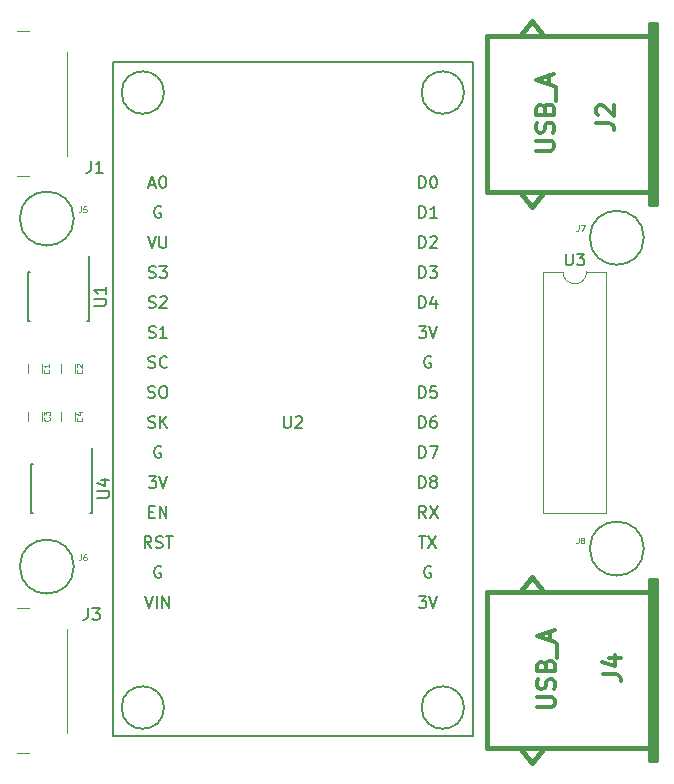
<source format=gbr>
G04 #@! TF.GenerationSoftware,KiCad,Pcbnew,(5.0.1)-4*
G04 #@! TF.CreationDate,2018-12-13T19:21:25-06:00*
G04 #@! TF.ProjectId,ExpansionUSB,457870616E73696F6E5553422E6B6963,rev?*
G04 #@! TF.SameCoordinates,Original*
G04 #@! TF.FileFunction,Legend,Top*
G04 #@! TF.FilePolarity,Positive*
%FSLAX46Y46*%
G04 Gerber Fmt 4.6, Leading zero omitted, Abs format (unit mm)*
G04 Created by KiCad (PCBNEW (5.0.1)-4) date 13/12/2018 19:21:25*
%MOMM*%
%LPD*%
G01*
G04 APERTURE LIST*
%ADD10C,0.120000*%
%ADD11C,0.150000*%
%ADD12C,0.381000*%
%ADD13C,0.125000*%
%ADD14C,0.304800*%
G04 APERTURE END LIST*
D10*
G04 #@! TO.C,C3*
X116018000Y-100082000D02*
X116018000Y-100782000D01*
X114818000Y-100782000D02*
X114818000Y-100082000D01*
G04 #@! TO.C,C4*
X118812000Y-100082000D02*
X118812000Y-100782000D01*
X117612000Y-100782000D02*
X117612000Y-100082000D01*
G04 #@! TO.C,C1*
X114818000Y-96717600D02*
X114818000Y-96017600D01*
X116018000Y-96017600D02*
X116018000Y-96717600D01*
G04 #@! TO.C,C2*
X117612000Y-96717600D02*
X117612000Y-96017600D01*
X118812000Y-96017600D02*
X118812000Y-96717600D01*
D11*
G04 #@! TO.C,U1*
X120025000Y-88196600D02*
X119975000Y-88196600D01*
X120025000Y-92346600D02*
X119880000Y-92346600D01*
X114875000Y-92346600D02*
X115020000Y-92346600D01*
X114875000Y-88196600D02*
X115020000Y-88196600D01*
X120025000Y-88196600D02*
X120025000Y-92346600D01*
X114875000Y-88196600D02*
X114875000Y-92346600D01*
X119975000Y-88196600D02*
X119975000Y-86796600D01*
D10*
G04 #@! TO.C,J1*
X118134000Y-78334300D02*
X118134000Y-69534300D01*
X114964000Y-80079300D02*
X113914000Y-80079300D01*
X114964000Y-67789300D02*
X113914000Y-67789300D01*
D12*
G04 #@! TO.C,J2*
X167919000Y-68173600D02*
X153695000Y-68173600D01*
X153695000Y-81381600D02*
X167919000Y-81381600D01*
X153695000Y-68173600D02*
X153695000Y-81381600D01*
X157505000Y-82651600D02*
X158521000Y-81381600D01*
X156489000Y-81381600D02*
X157505000Y-82651600D01*
X157505000Y-66903600D02*
X158521000Y-68173600D01*
X156489000Y-68173600D02*
X157505000Y-66903600D01*
X167538000Y-82397600D02*
X167538000Y-67157600D01*
X168046000Y-67157600D02*
X168046000Y-82397600D01*
X167538000Y-67157600D02*
X168046000Y-67157600D01*
X167538000Y-82397600D02*
X168046000Y-82397600D01*
X167792000Y-82397600D02*
X167792000Y-67157600D01*
G04 #@! TO.C,J4*
X167792000Y-129515000D02*
X167792000Y-114275000D01*
X167538000Y-129515000D02*
X168046000Y-129515000D01*
X167538000Y-114275000D02*
X168046000Y-114275000D01*
X168046000Y-114275000D02*
X168046000Y-129515000D01*
X167538000Y-129515000D02*
X167538000Y-114275000D01*
X156489000Y-115291000D02*
X157505000Y-114021000D01*
X157505000Y-114021000D02*
X158521000Y-115291000D01*
X156489000Y-128499000D02*
X157505000Y-129769000D01*
X157505000Y-129769000D02*
X158521000Y-128499000D01*
X153695000Y-115291000D02*
X153695000Y-128499000D01*
X153695000Y-128499000D02*
X167919000Y-128499000D01*
X167919000Y-115291000D02*
X153695000Y-115291000D01*
D11*
G04 #@! TO.C,U2*
X151758051Y-125070000D02*
G75*
G03X151758051Y-125070000I-1796051J0D01*
G01*
X126358051Y-125070000D02*
G75*
G03X126358051Y-125070000I-1796051J0D01*
G01*
X126358051Y-73000000D02*
G75*
G03X126358051Y-73000000I-1796051J0D01*
G01*
X151758051Y-73000000D02*
G75*
G03X151758051Y-73000000I-1796051J0D01*
G01*
X152512000Y-70440000D02*
X122512000Y-70440000D01*
X122512000Y-70440000D02*
X122012000Y-70440000D01*
X122012000Y-70440000D02*
X122012000Y-127440000D01*
X122012000Y-127440000D02*
X152512000Y-127440000D01*
X152512000Y-127440000D02*
X152512000Y-70440000D01*
D10*
G04 #@! TO.C,U3*
X163788000Y-88179600D02*
X162138000Y-88179600D01*
X163788000Y-108619600D02*
X163788000Y-88179600D01*
X158488000Y-108619600D02*
X163788000Y-108619600D01*
X158488000Y-88179600D02*
X158488000Y-108619600D01*
X160138000Y-88179600D02*
X158488000Y-88179600D01*
X162138000Y-88179600D02*
G75*
G02X160138000Y-88179600I-1000000J0D01*
G01*
D11*
G04 #@! TO.C,U4*
X120279000Y-104453000D02*
X120229000Y-104453000D01*
X120279000Y-108603000D02*
X120134000Y-108603000D01*
X115129000Y-108603000D02*
X115274000Y-108603000D01*
X115129000Y-104453000D02*
X115274000Y-104453000D01*
X120279000Y-104453000D02*
X120279000Y-108603000D01*
X115129000Y-104453000D02*
X115129000Y-108603000D01*
X120229000Y-104453000D02*
X120229000Y-103053000D01*
D10*
G04 #@! TO.C,J3*
X118114000Y-127209000D02*
X118114000Y-118409000D01*
X114944000Y-128954000D02*
X113894000Y-128954000D01*
X114944000Y-116664000D02*
X113894000Y-116664000D01*
D11*
G04 #@! TO.C,J5*
X118720000Y-83667600D02*
G75*
G03X118720000Y-83667600I-2286000J0D01*
G01*
G04 #@! TO.C,J6*
X118720000Y-113132000D02*
G75*
G03X118720000Y-113132000I-2286000J0D01*
G01*
G04 #@! TO.C,J7*
X166980000Y-85293200D02*
G75*
G03X166980000Y-85293200I-2286000J0D01*
G01*
G04 #@! TO.C,J8*
X166980000Y-111608000D02*
G75*
G03X166980000Y-111608000I-2286000J0D01*
G01*
G04 #@! TO.C,C3*
D13*
X116645863Y-100498039D02*
X116669672Y-100521848D01*
X116693482Y-100593277D01*
X116693482Y-100640896D01*
X116669672Y-100712325D01*
X116622053Y-100759944D01*
X116574434Y-100783753D01*
X116479196Y-100807563D01*
X116407768Y-100807563D01*
X116312530Y-100783753D01*
X116264911Y-100759944D01*
X116217292Y-100712325D01*
X116193482Y-100640896D01*
X116193482Y-100593277D01*
X116217292Y-100521848D01*
X116241101Y-100498039D01*
X116193482Y-100331372D02*
X116193482Y-100021848D01*
X116383958Y-100188515D01*
X116383958Y-100117086D01*
X116407768Y-100069467D01*
X116431577Y-100045658D01*
X116479196Y-100021848D01*
X116598244Y-100021848D01*
X116645863Y-100045658D01*
X116669672Y-100069467D01*
X116693482Y-100117086D01*
X116693482Y-100259944D01*
X116669672Y-100307563D01*
X116645863Y-100331372D01*
G04 #@! TO.C,C4*
X119406571Y-100515333D02*
X119430380Y-100539142D01*
X119454190Y-100610571D01*
X119454190Y-100658190D01*
X119430380Y-100729619D01*
X119382761Y-100777238D01*
X119335142Y-100801047D01*
X119239904Y-100824857D01*
X119168476Y-100824857D01*
X119073238Y-100801047D01*
X119025619Y-100777238D01*
X118978000Y-100729619D01*
X118954190Y-100658190D01*
X118954190Y-100610571D01*
X118978000Y-100539142D01*
X119001809Y-100515333D01*
X119120857Y-100086761D02*
X119454190Y-100086761D01*
X118930380Y-100205809D02*
X119287523Y-100324857D01*
X119287523Y-100015333D01*
G04 #@! TO.C,C1*
X116612571Y-96450933D02*
X116636380Y-96474742D01*
X116660190Y-96546171D01*
X116660190Y-96593790D01*
X116636380Y-96665219D01*
X116588761Y-96712838D01*
X116541142Y-96736647D01*
X116445904Y-96760457D01*
X116374476Y-96760457D01*
X116279238Y-96736647D01*
X116231619Y-96712838D01*
X116184000Y-96665219D01*
X116160190Y-96593790D01*
X116160190Y-96546171D01*
X116184000Y-96474742D01*
X116207809Y-96450933D01*
X116660190Y-95974742D02*
X116660190Y-96260457D01*
X116660190Y-96117600D02*
X116160190Y-96117600D01*
X116231619Y-96165219D01*
X116279238Y-96212838D01*
X116303047Y-96260457D01*
G04 #@! TO.C,C2*
X119406571Y-96450933D02*
X119430380Y-96474742D01*
X119454190Y-96546171D01*
X119454190Y-96593790D01*
X119430380Y-96665219D01*
X119382761Y-96712838D01*
X119335142Y-96736647D01*
X119239904Y-96760457D01*
X119168476Y-96760457D01*
X119073238Y-96736647D01*
X119025619Y-96712838D01*
X118978000Y-96665219D01*
X118954190Y-96593790D01*
X118954190Y-96546171D01*
X118978000Y-96474742D01*
X119001809Y-96450933D01*
X119001809Y-96260457D02*
X118978000Y-96236647D01*
X118954190Y-96189028D01*
X118954190Y-96069980D01*
X118978000Y-96022361D01*
X119001809Y-95998552D01*
X119049428Y-95974742D01*
X119097047Y-95974742D01*
X119168476Y-95998552D01*
X119454190Y-96284266D01*
X119454190Y-95974742D01*
G04 #@! TO.C,U1*
D11*
X120458380Y-91033504D02*
X121267904Y-91033504D01*
X121363142Y-90985885D01*
X121410761Y-90938266D01*
X121458380Y-90843028D01*
X121458380Y-90652552D01*
X121410761Y-90557314D01*
X121363142Y-90509695D01*
X121267904Y-90462076D01*
X120458380Y-90462076D01*
X121458380Y-89462076D02*
X121458380Y-90033504D01*
X121458380Y-89747790D02*
X120458380Y-89747790D01*
X120601238Y-89843028D01*
X120696476Y-89938266D01*
X120744095Y-90033504D01*
G04 #@! TO.C,J1*
X120164186Y-78801960D02*
X120164186Y-79516246D01*
X120116567Y-79659103D01*
X120021329Y-79754341D01*
X119878472Y-79801960D01*
X119783234Y-79801960D01*
X121164186Y-79801960D02*
X120592758Y-79801960D01*
X120878472Y-79801960D02*
X120878472Y-78801960D01*
X120783234Y-78944818D01*
X120687996Y-79040056D01*
X120592758Y-79087675D01*
G04 #@! TO.C,J2*
D14*
X162939148Y-75570080D02*
X164027720Y-75570080D01*
X164245434Y-75642651D01*
X164390577Y-75787794D01*
X164463148Y-76005508D01*
X164463148Y-76150651D01*
X163084291Y-74916937D02*
X163011720Y-74844365D01*
X162939148Y-74699222D01*
X162939148Y-74336365D01*
X163011720Y-74191222D01*
X163084291Y-74118651D01*
X163229434Y-74046080D01*
X163374577Y-74046080D01*
X163592291Y-74118651D01*
X164463148Y-74989508D01*
X164463148Y-74046080D01*
X157859148Y-77934457D02*
X159092862Y-77934457D01*
X159238005Y-77861885D01*
X159310577Y-77789314D01*
X159383148Y-77644171D01*
X159383148Y-77353885D01*
X159310577Y-77208742D01*
X159238005Y-77136171D01*
X159092862Y-77063600D01*
X157859148Y-77063600D01*
X159310577Y-76410457D02*
X159383148Y-76192742D01*
X159383148Y-75829885D01*
X159310577Y-75684742D01*
X159238005Y-75612171D01*
X159092862Y-75539600D01*
X158947720Y-75539600D01*
X158802577Y-75612171D01*
X158730005Y-75684742D01*
X158657434Y-75829885D01*
X158584862Y-76120171D01*
X158512291Y-76265314D01*
X158439720Y-76337885D01*
X158294577Y-76410457D01*
X158149434Y-76410457D01*
X158004291Y-76337885D01*
X157931720Y-76265314D01*
X157859148Y-76120171D01*
X157859148Y-75757314D01*
X157931720Y-75539600D01*
X158584862Y-74378457D02*
X158657434Y-74160742D01*
X158730005Y-74088171D01*
X158875148Y-74015600D01*
X159092862Y-74015600D01*
X159238005Y-74088171D01*
X159310577Y-74160742D01*
X159383148Y-74305885D01*
X159383148Y-74886457D01*
X157859148Y-74886457D01*
X157859148Y-74378457D01*
X157931720Y-74233314D01*
X158004291Y-74160742D01*
X158149434Y-74088171D01*
X158294577Y-74088171D01*
X158439720Y-74160742D01*
X158512291Y-74233314D01*
X158584862Y-74378457D01*
X158584862Y-74886457D01*
X159528291Y-73725314D02*
X159528291Y-72564171D01*
X158947720Y-72273885D02*
X158947720Y-71548171D01*
X159383148Y-72419028D02*
X157859148Y-71911028D01*
X159383148Y-71403028D01*
G04 #@! TO.C,J4*
X163528428Y-122230280D02*
X164617000Y-122230280D01*
X164834714Y-122302851D01*
X164979857Y-122447994D01*
X165052428Y-122665708D01*
X165052428Y-122810851D01*
X164036428Y-120851422D02*
X165052428Y-120851422D01*
X163455857Y-121214280D02*
X164544428Y-121577137D01*
X164544428Y-120633708D01*
X157940428Y-125051857D02*
X159174142Y-125051857D01*
X159319285Y-124979285D01*
X159391857Y-124906714D01*
X159464428Y-124761571D01*
X159464428Y-124471285D01*
X159391857Y-124326142D01*
X159319285Y-124253571D01*
X159174142Y-124181000D01*
X157940428Y-124181000D01*
X159391857Y-123527857D02*
X159464428Y-123310142D01*
X159464428Y-122947285D01*
X159391857Y-122802142D01*
X159319285Y-122729571D01*
X159174142Y-122657000D01*
X159029000Y-122657000D01*
X158883857Y-122729571D01*
X158811285Y-122802142D01*
X158738714Y-122947285D01*
X158666142Y-123237571D01*
X158593571Y-123382714D01*
X158521000Y-123455285D01*
X158375857Y-123527857D01*
X158230714Y-123527857D01*
X158085571Y-123455285D01*
X158013000Y-123382714D01*
X157940428Y-123237571D01*
X157940428Y-122874714D01*
X158013000Y-122657000D01*
X158666142Y-121495857D02*
X158738714Y-121278142D01*
X158811285Y-121205571D01*
X158956428Y-121133000D01*
X159174142Y-121133000D01*
X159319285Y-121205571D01*
X159391857Y-121278142D01*
X159464428Y-121423285D01*
X159464428Y-122003857D01*
X157940428Y-122003857D01*
X157940428Y-121495857D01*
X158013000Y-121350714D01*
X158085571Y-121278142D01*
X158230714Y-121205571D01*
X158375857Y-121205571D01*
X158521000Y-121278142D01*
X158593571Y-121350714D01*
X158666142Y-121495857D01*
X158666142Y-122003857D01*
X159609571Y-120842714D02*
X159609571Y-119681571D01*
X159029000Y-119391285D02*
X159029000Y-118665571D01*
X159464428Y-119536428D02*
X157940428Y-119028428D01*
X159464428Y-118520428D01*
G04 #@! TO.C,U2*
D11*
X136500095Y-100392380D02*
X136500095Y-101201904D01*
X136547714Y-101297142D01*
X136595333Y-101344761D01*
X136690571Y-101392380D01*
X136881047Y-101392380D01*
X136976285Y-101344761D01*
X137023904Y-101297142D01*
X137071523Y-101201904D01*
X137071523Y-100392380D01*
X137500095Y-100487619D02*
X137547714Y-100440000D01*
X137642952Y-100392380D01*
X137881047Y-100392380D01*
X137976285Y-100440000D01*
X138023904Y-100487619D01*
X138071523Y-100582857D01*
X138071523Y-100678095D01*
X138023904Y-100820952D01*
X137452476Y-101392380D01*
X138071523Y-101392380D01*
X124736761Y-115632380D02*
X125070095Y-116632380D01*
X125403428Y-115632380D01*
X125736761Y-116632380D02*
X125736761Y-115632380D01*
X126212952Y-116632380D02*
X126212952Y-115632380D01*
X126784380Y-116632380D01*
X126784380Y-115632380D01*
X126093904Y-113140000D02*
X125998666Y-113092380D01*
X125855809Y-113092380D01*
X125712952Y-113140000D01*
X125617714Y-113235238D01*
X125570095Y-113330476D01*
X125522476Y-113520952D01*
X125522476Y-113663809D01*
X125570095Y-113854285D01*
X125617714Y-113949523D01*
X125712952Y-114044761D01*
X125855809Y-114092380D01*
X125951047Y-114092380D01*
X126093904Y-114044761D01*
X126141523Y-113997142D01*
X126141523Y-113663809D01*
X125951047Y-113663809D01*
X125284380Y-111552380D02*
X124951047Y-111076190D01*
X124712952Y-111552380D02*
X124712952Y-110552380D01*
X125093904Y-110552380D01*
X125189142Y-110600000D01*
X125236761Y-110647619D01*
X125284380Y-110742857D01*
X125284380Y-110885714D01*
X125236761Y-110980952D01*
X125189142Y-111028571D01*
X125093904Y-111076190D01*
X124712952Y-111076190D01*
X125665333Y-111504761D02*
X125808190Y-111552380D01*
X126046285Y-111552380D01*
X126141523Y-111504761D01*
X126189142Y-111457142D01*
X126236761Y-111361904D01*
X126236761Y-111266666D01*
X126189142Y-111171428D01*
X126141523Y-111123809D01*
X126046285Y-111076190D01*
X125855809Y-111028571D01*
X125760571Y-110980952D01*
X125712952Y-110933333D01*
X125665333Y-110838095D01*
X125665333Y-110742857D01*
X125712952Y-110647619D01*
X125760571Y-110600000D01*
X125855809Y-110552380D01*
X126093904Y-110552380D01*
X126236761Y-110600000D01*
X126522476Y-110552380D02*
X127093904Y-110552380D01*
X126808190Y-111552380D02*
X126808190Y-110552380D01*
X125093904Y-108488571D02*
X125427238Y-108488571D01*
X125570095Y-109012380D02*
X125093904Y-109012380D01*
X125093904Y-108012380D01*
X125570095Y-108012380D01*
X125998666Y-109012380D02*
X125998666Y-108012380D01*
X126570095Y-109012380D01*
X126570095Y-108012380D01*
X125070095Y-105472380D02*
X125689142Y-105472380D01*
X125355809Y-105853333D01*
X125498666Y-105853333D01*
X125593904Y-105900952D01*
X125641523Y-105948571D01*
X125689142Y-106043809D01*
X125689142Y-106281904D01*
X125641523Y-106377142D01*
X125593904Y-106424761D01*
X125498666Y-106472380D01*
X125212952Y-106472380D01*
X125117714Y-106424761D01*
X125070095Y-106377142D01*
X125974857Y-105472380D02*
X126308190Y-106472380D01*
X126641523Y-105472380D01*
X126093904Y-102980000D02*
X125998666Y-102932380D01*
X125855809Y-102932380D01*
X125712952Y-102980000D01*
X125617714Y-103075238D01*
X125570095Y-103170476D01*
X125522476Y-103360952D01*
X125522476Y-103503809D01*
X125570095Y-103694285D01*
X125617714Y-103789523D01*
X125712952Y-103884761D01*
X125855809Y-103932380D01*
X125951047Y-103932380D01*
X126093904Y-103884761D01*
X126141523Y-103837142D01*
X126141523Y-103503809D01*
X125951047Y-103503809D01*
X125046285Y-101344761D02*
X125189142Y-101392380D01*
X125427238Y-101392380D01*
X125522476Y-101344761D01*
X125570095Y-101297142D01*
X125617714Y-101201904D01*
X125617714Y-101106666D01*
X125570095Y-101011428D01*
X125522476Y-100963809D01*
X125427238Y-100916190D01*
X125236761Y-100868571D01*
X125141523Y-100820952D01*
X125093904Y-100773333D01*
X125046285Y-100678095D01*
X125046285Y-100582857D01*
X125093904Y-100487619D01*
X125141523Y-100440000D01*
X125236761Y-100392380D01*
X125474857Y-100392380D01*
X125617714Y-100440000D01*
X126046285Y-101392380D02*
X126046285Y-100392380D01*
X126617714Y-101392380D02*
X126189142Y-100820952D01*
X126617714Y-100392380D02*
X126046285Y-100963809D01*
X125022476Y-98804761D02*
X125165333Y-98852380D01*
X125403428Y-98852380D01*
X125498666Y-98804761D01*
X125546285Y-98757142D01*
X125593904Y-98661904D01*
X125593904Y-98566666D01*
X125546285Y-98471428D01*
X125498666Y-98423809D01*
X125403428Y-98376190D01*
X125212952Y-98328571D01*
X125117714Y-98280952D01*
X125070095Y-98233333D01*
X125022476Y-98138095D01*
X125022476Y-98042857D01*
X125070095Y-97947619D01*
X125117714Y-97900000D01*
X125212952Y-97852380D01*
X125451047Y-97852380D01*
X125593904Y-97900000D01*
X126212952Y-97852380D02*
X126403428Y-97852380D01*
X126498666Y-97900000D01*
X126593904Y-97995238D01*
X126641523Y-98185714D01*
X126641523Y-98519047D01*
X126593904Y-98709523D01*
X126498666Y-98804761D01*
X126403428Y-98852380D01*
X126212952Y-98852380D01*
X126117714Y-98804761D01*
X126022476Y-98709523D01*
X125974857Y-98519047D01*
X125974857Y-98185714D01*
X126022476Y-97995238D01*
X126117714Y-97900000D01*
X126212952Y-97852380D01*
X125046285Y-96264761D02*
X125189142Y-96312380D01*
X125427238Y-96312380D01*
X125522476Y-96264761D01*
X125570095Y-96217142D01*
X125617714Y-96121904D01*
X125617714Y-96026666D01*
X125570095Y-95931428D01*
X125522476Y-95883809D01*
X125427238Y-95836190D01*
X125236761Y-95788571D01*
X125141523Y-95740952D01*
X125093904Y-95693333D01*
X125046285Y-95598095D01*
X125046285Y-95502857D01*
X125093904Y-95407619D01*
X125141523Y-95360000D01*
X125236761Y-95312380D01*
X125474857Y-95312380D01*
X125617714Y-95360000D01*
X126617714Y-96217142D02*
X126570095Y-96264761D01*
X126427238Y-96312380D01*
X126332000Y-96312380D01*
X126189142Y-96264761D01*
X126093904Y-96169523D01*
X126046285Y-96074285D01*
X125998666Y-95883809D01*
X125998666Y-95740952D01*
X126046285Y-95550476D01*
X126093904Y-95455238D01*
X126189142Y-95360000D01*
X126332000Y-95312380D01*
X126427238Y-95312380D01*
X126570095Y-95360000D01*
X126617714Y-95407619D01*
X125070095Y-93724761D02*
X125212952Y-93772380D01*
X125451047Y-93772380D01*
X125546285Y-93724761D01*
X125593904Y-93677142D01*
X125641523Y-93581904D01*
X125641523Y-93486666D01*
X125593904Y-93391428D01*
X125546285Y-93343809D01*
X125451047Y-93296190D01*
X125260571Y-93248571D01*
X125165333Y-93200952D01*
X125117714Y-93153333D01*
X125070095Y-93058095D01*
X125070095Y-92962857D01*
X125117714Y-92867619D01*
X125165333Y-92820000D01*
X125260571Y-92772380D01*
X125498666Y-92772380D01*
X125641523Y-92820000D01*
X126593904Y-93772380D02*
X126022476Y-93772380D01*
X126308190Y-93772380D02*
X126308190Y-92772380D01*
X126212952Y-92915238D01*
X126117714Y-93010476D01*
X126022476Y-93058095D01*
X125070095Y-91184761D02*
X125212952Y-91232380D01*
X125451047Y-91232380D01*
X125546285Y-91184761D01*
X125593904Y-91137142D01*
X125641523Y-91041904D01*
X125641523Y-90946666D01*
X125593904Y-90851428D01*
X125546285Y-90803809D01*
X125451047Y-90756190D01*
X125260571Y-90708571D01*
X125165333Y-90660952D01*
X125117714Y-90613333D01*
X125070095Y-90518095D01*
X125070095Y-90422857D01*
X125117714Y-90327619D01*
X125165333Y-90280000D01*
X125260571Y-90232380D01*
X125498666Y-90232380D01*
X125641523Y-90280000D01*
X126022476Y-90327619D02*
X126070095Y-90280000D01*
X126165333Y-90232380D01*
X126403428Y-90232380D01*
X126498666Y-90280000D01*
X126546285Y-90327619D01*
X126593904Y-90422857D01*
X126593904Y-90518095D01*
X126546285Y-90660952D01*
X125974857Y-91232380D01*
X126593904Y-91232380D01*
X125070095Y-88644761D02*
X125212952Y-88692380D01*
X125451047Y-88692380D01*
X125546285Y-88644761D01*
X125593904Y-88597142D01*
X125641523Y-88501904D01*
X125641523Y-88406666D01*
X125593904Y-88311428D01*
X125546285Y-88263809D01*
X125451047Y-88216190D01*
X125260571Y-88168571D01*
X125165333Y-88120952D01*
X125117714Y-88073333D01*
X125070095Y-87978095D01*
X125070095Y-87882857D01*
X125117714Y-87787619D01*
X125165333Y-87740000D01*
X125260571Y-87692380D01*
X125498666Y-87692380D01*
X125641523Y-87740000D01*
X125974857Y-87692380D02*
X126593904Y-87692380D01*
X126260571Y-88073333D01*
X126403428Y-88073333D01*
X126498666Y-88120952D01*
X126546285Y-88168571D01*
X126593904Y-88263809D01*
X126593904Y-88501904D01*
X126546285Y-88597142D01*
X126498666Y-88644761D01*
X126403428Y-88692380D01*
X126117714Y-88692380D01*
X126022476Y-88644761D01*
X125974857Y-88597142D01*
X124974857Y-85152380D02*
X125308190Y-86152380D01*
X125641523Y-85152380D01*
X125974857Y-85152380D02*
X125974857Y-85961904D01*
X126022476Y-86057142D01*
X126070095Y-86104761D01*
X126165333Y-86152380D01*
X126355809Y-86152380D01*
X126451047Y-86104761D01*
X126498666Y-86057142D01*
X126546285Y-85961904D01*
X126546285Y-85152380D01*
X126093904Y-82660000D02*
X125998666Y-82612380D01*
X125855809Y-82612380D01*
X125712952Y-82660000D01*
X125617714Y-82755238D01*
X125570095Y-82850476D01*
X125522476Y-83040952D01*
X125522476Y-83183809D01*
X125570095Y-83374285D01*
X125617714Y-83469523D01*
X125712952Y-83564761D01*
X125855809Y-83612380D01*
X125951047Y-83612380D01*
X126093904Y-83564761D01*
X126141523Y-83517142D01*
X126141523Y-83183809D01*
X125951047Y-83183809D01*
X125117714Y-80786666D02*
X125593904Y-80786666D01*
X125022476Y-81072380D02*
X125355809Y-80072380D01*
X125689142Y-81072380D01*
X126212952Y-80072380D02*
X126308190Y-80072380D01*
X126403428Y-80120000D01*
X126451047Y-80167619D01*
X126498666Y-80262857D01*
X126546285Y-80453333D01*
X126546285Y-80691428D01*
X126498666Y-80881904D01*
X126451047Y-80977142D01*
X126403428Y-81024761D01*
X126308190Y-81072380D01*
X126212952Y-81072380D01*
X126117714Y-81024761D01*
X126070095Y-80977142D01*
X126022476Y-80881904D01*
X125974857Y-80691428D01*
X125974857Y-80453333D01*
X126022476Y-80262857D01*
X126070095Y-80167619D01*
X126117714Y-80120000D01*
X126212952Y-80072380D01*
X147930095Y-115632380D02*
X148549142Y-115632380D01*
X148215809Y-116013333D01*
X148358666Y-116013333D01*
X148453904Y-116060952D01*
X148501523Y-116108571D01*
X148549142Y-116203809D01*
X148549142Y-116441904D01*
X148501523Y-116537142D01*
X148453904Y-116584761D01*
X148358666Y-116632380D01*
X148072952Y-116632380D01*
X147977714Y-116584761D01*
X147930095Y-116537142D01*
X148834857Y-115632380D02*
X149168190Y-116632380D01*
X149501523Y-115632380D01*
X148953904Y-113140000D02*
X148858666Y-113092380D01*
X148715809Y-113092380D01*
X148572952Y-113140000D01*
X148477714Y-113235238D01*
X148430095Y-113330476D01*
X148382476Y-113520952D01*
X148382476Y-113663809D01*
X148430095Y-113854285D01*
X148477714Y-113949523D01*
X148572952Y-114044761D01*
X148715809Y-114092380D01*
X148811047Y-114092380D01*
X148953904Y-114044761D01*
X149001523Y-113997142D01*
X149001523Y-113663809D01*
X148811047Y-113663809D01*
X147930095Y-110552380D02*
X148501523Y-110552380D01*
X148215809Y-111552380D02*
X148215809Y-110552380D01*
X148739619Y-110552380D02*
X149406285Y-111552380D01*
X149406285Y-110552380D02*
X148739619Y-111552380D01*
X148525333Y-109012380D02*
X148192000Y-108536190D01*
X147953904Y-109012380D02*
X147953904Y-108012380D01*
X148334857Y-108012380D01*
X148430095Y-108060000D01*
X148477714Y-108107619D01*
X148525333Y-108202857D01*
X148525333Y-108345714D01*
X148477714Y-108440952D01*
X148430095Y-108488571D01*
X148334857Y-108536190D01*
X147953904Y-108536190D01*
X148858666Y-108012380D02*
X149525333Y-109012380D01*
X149525333Y-108012380D02*
X148858666Y-109012380D01*
X147953904Y-106472380D02*
X147953904Y-105472380D01*
X148192000Y-105472380D01*
X148334857Y-105520000D01*
X148430095Y-105615238D01*
X148477714Y-105710476D01*
X148525333Y-105900952D01*
X148525333Y-106043809D01*
X148477714Y-106234285D01*
X148430095Y-106329523D01*
X148334857Y-106424761D01*
X148192000Y-106472380D01*
X147953904Y-106472380D01*
X149096761Y-105900952D02*
X149001523Y-105853333D01*
X148953904Y-105805714D01*
X148906285Y-105710476D01*
X148906285Y-105662857D01*
X148953904Y-105567619D01*
X149001523Y-105520000D01*
X149096761Y-105472380D01*
X149287238Y-105472380D01*
X149382476Y-105520000D01*
X149430095Y-105567619D01*
X149477714Y-105662857D01*
X149477714Y-105710476D01*
X149430095Y-105805714D01*
X149382476Y-105853333D01*
X149287238Y-105900952D01*
X149096761Y-105900952D01*
X149001523Y-105948571D01*
X148953904Y-105996190D01*
X148906285Y-106091428D01*
X148906285Y-106281904D01*
X148953904Y-106377142D01*
X149001523Y-106424761D01*
X149096761Y-106472380D01*
X149287238Y-106472380D01*
X149382476Y-106424761D01*
X149430095Y-106377142D01*
X149477714Y-106281904D01*
X149477714Y-106091428D01*
X149430095Y-105996190D01*
X149382476Y-105948571D01*
X149287238Y-105900952D01*
X147953904Y-103932380D02*
X147953904Y-102932380D01*
X148192000Y-102932380D01*
X148334857Y-102980000D01*
X148430095Y-103075238D01*
X148477714Y-103170476D01*
X148525333Y-103360952D01*
X148525333Y-103503809D01*
X148477714Y-103694285D01*
X148430095Y-103789523D01*
X148334857Y-103884761D01*
X148192000Y-103932380D01*
X147953904Y-103932380D01*
X148858666Y-102932380D02*
X149525333Y-102932380D01*
X149096761Y-103932380D01*
X147953904Y-101392380D02*
X147953904Y-100392380D01*
X148192000Y-100392380D01*
X148334857Y-100440000D01*
X148430095Y-100535238D01*
X148477714Y-100630476D01*
X148525333Y-100820952D01*
X148525333Y-100963809D01*
X148477714Y-101154285D01*
X148430095Y-101249523D01*
X148334857Y-101344761D01*
X148192000Y-101392380D01*
X147953904Y-101392380D01*
X149382476Y-100392380D02*
X149192000Y-100392380D01*
X149096761Y-100440000D01*
X149049142Y-100487619D01*
X148953904Y-100630476D01*
X148906285Y-100820952D01*
X148906285Y-101201904D01*
X148953904Y-101297142D01*
X149001523Y-101344761D01*
X149096761Y-101392380D01*
X149287238Y-101392380D01*
X149382476Y-101344761D01*
X149430095Y-101297142D01*
X149477714Y-101201904D01*
X149477714Y-100963809D01*
X149430095Y-100868571D01*
X149382476Y-100820952D01*
X149287238Y-100773333D01*
X149096761Y-100773333D01*
X149001523Y-100820952D01*
X148953904Y-100868571D01*
X148906285Y-100963809D01*
X147953904Y-98852380D02*
X147953904Y-97852380D01*
X148192000Y-97852380D01*
X148334857Y-97900000D01*
X148430095Y-97995238D01*
X148477714Y-98090476D01*
X148525333Y-98280952D01*
X148525333Y-98423809D01*
X148477714Y-98614285D01*
X148430095Y-98709523D01*
X148334857Y-98804761D01*
X148192000Y-98852380D01*
X147953904Y-98852380D01*
X149430095Y-97852380D02*
X148953904Y-97852380D01*
X148906285Y-98328571D01*
X148953904Y-98280952D01*
X149049142Y-98233333D01*
X149287238Y-98233333D01*
X149382476Y-98280952D01*
X149430095Y-98328571D01*
X149477714Y-98423809D01*
X149477714Y-98661904D01*
X149430095Y-98757142D01*
X149382476Y-98804761D01*
X149287238Y-98852380D01*
X149049142Y-98852380D01*
X148953904Y-98804761D01*
X148906285Y-98757142D01*
X148953904Y-95360000D02*
X148858666Y-95312380D01*
X148715809Y-95312380D01*
X148572952Y-95360000D01*
X148477714Y-95455238D01*
X148430095Y-95550476D01*
X148382476Y-95740952D01*
X148382476Y-95883809D01*
X148430095Y-96074285D01*
X148477714Y-96169523D01*
X148572952Y-96264761D01*
X148715809Y-96312380D01*
X148811047Y-96312380D01*
X148953904Y-96264761D01*
X149001523Y-96217142D01*
X149001523Y-95883809D01*
X148811047Y-95883809D01*
X147930095Y-92772380D02*
X148549142Y-92772380D01*
X148215809Y-93153333D01*
X148358666Y-93153333D01*
X148453904Y-93200952D01*
X148501523Y-93248571D01*
X148549142Y-93343809D01*
X148549142Y-93581904D01*
X148501523Y-93677142D01*
X148453904Y-93724761D01*
X148358666Y-93772380D01*
X148072952Y-93772380D01*
X147977714Y-93724761D01*
X147930095Y-93677142D01*
X148834857Y-92772380D02*
X149168190Y-93772380D01*
X149501523Y-92772380D01*
X147953904Y-91232380D02*
X147953904Y-90232380D01*
X148192000Y-90232380D01*
X148334857Y-90280000D01*
X148430095Y-90375238D01*
X148477714Y-90470476D01*
X148525333Y-90660952D01*
X148525333Y-90803809D01*
X148477714Y-90994285D01*
X148430095Y-91089523D01*
X148334857Y-91184761D01*
X148192000Y-91232380D01*
X147953904Y-91232380D01*
X149382476Y-90565714D02*
X149382476Y-91232380D01*
X149144380Y-90184761D02*
X148906285Y-90899047D01*
X149525333Y-90899047D01*
X147953904Y-88692380D02*
X147953904Y-87692380D01*
X148192000Y-87692380D01*
X148334857Y-87740000D01*
X148430095Y-87835238D01*
X148477714Y-87930476D01*
X148525333Y-88120952D01*
X148525333Y-88263809D01*
X148477714Y-88454285D01*
X148430095Y-88549523D01*
X148334857Y-88644761D01*
X148192000Y-88692380D01*
X147953904Y-88692380D01*
X148858666Y-87692380D02*
X149477714Y-87692380D01*
X149144380Y-88073333D01*
X149287238Y-88073333D01*
X149382476Y-88120952D01*
X149430095Y-88168571D01*
X149477714Y-88263809D01*
X149477714Y-88501904D01*
X149430095Y-88597142D01*
X149382476Y-88644761D01*
X149287238Y-88692380D01*
X149001523Y-88692380D01*
X148906285Y-88644761D01*
X148858666Y-88597142D01*
X147953904Y-86152380D02*
X147953904Y-85152380D01*
X148192000Y-85152380D01*
X148334857Y-85200000D01*
X148430095Y-85295238D01*
X148477714Y-85390476D01*
X148525333Y-85580952D01*
X148525333Y-85723809D01*
X148477714Y-85914285D01*
X148430095Y-86009523D01*
X148334857Y-86104761D01*
X148192000Y-86152380D01*
X147953904Y-86152380D01*
X148906285Y-85247619D02*
X148953904Y-85200000D01*
X149049142Y-85152380D01*
X149287238Y-85152380D01*
X149382476Y-85200000D01*
X149430095Y-85247619D01*
X149477714Y-85342857D01*
X149477714Y-85438095D01*
X149430095Y-85580952D01*
X148858666Y-86152380D01*
X149477714Y-86152380D01*
X147953904Y-83612380D02*
X147953904Y-82612380D01*
X148192000Y-82612380D01*
X148334857Y-82660000D01*
X148430095Y-82755238D01*
X148477714Y-82850476D01*
X148525333Y-83040952D01*
X148525333Y-83183809D01*
X148477714Y-83374285D01*
X148430095Y-83469523D01*
X148334857Y-83564761D01*
X148192000Y-83612380D01*
X147953904Y-83612380D01*
X149477714Y-83612380D02*
X148906285Y-83612380D01*
X149192000Y-83612380D02*
X149192000Y-82612380D01*
X149096761Y-82755238D01*
X149001523Y-82850476D01*
X148906285Y-82898095D01*
X147953904Y-81072380D02*
X147953904Y-80072380D01*
X148192000Y-80072380D01*
X148334857Y-80120000D01*
X148430095Y-80215238D01*
X148477714Y-80310476D01*
X148525333Y-80500952D01*
X148525333Y-80643809D01*
X148477714Y-80834285D01*
X148430095Y-80929523D01*
X148334857Y-81024761D01*
X148192000Y-81072380D01*
X147953904Y-81072380D01*
X149144380Y-80072380D02*
X149239619Y-80072380D01*
X149334857Y-80120000D01*
X149382476Y-80167619D01*
X149430095Y-80262857D01*
X149477714Y-80453333D01*
X149477714Y-80691428D01*
X149430095Y-80881904D01*
X149382476Y-80977142D01*
X149334857Y-81024761D01*
X149239619Y-81072380D01*
X149144380Y-81072380D01*
X149049142Y-81024761D01*
X149001523Y-80977142D01*
X148953904Y-80881904D01*
X148906285Y-80691428D01*
X148906285Y-80453333D01*
X148953904Y-80262857D01*
X149001523Y-80167619D01*
X149049142Y-80120000D01*
X149144380Y-80072380D01*
G04 #@! TO.C,U3*
X160376095Y-86631980D02*
X160376095Y-87441504D01*
X160423714Y-87536742D01*
X160471333Y-87584361D01*
X160566571Y-87631980D01*
X160757047Y-87631980D01*
X160852285Y-87584361D01*
X160899904Y-87536742D01*
X160947523Y-87441504D01*
X160947523Y-86631980D01*
X161328476Y-86631980D02*
X161947523Y-86631980D01*
X161614190Y-87012933D01*
X161757047Y-87012933D01*
X161852285Y-87060552D01*
X161899904Y-87108171D01*
X161947523Y-87203409D01*
X161947523Y-87441504D01*
X161899904Y-87536742D01*
X161852285Y-87584361D01*
X161757047Y-87631980D01*
X161471333Y-87631980D01*
X161376095Y-87584361D01*
X161328476Y-87536742D01*
G04 #@! TO.C,U4*
X120712380Y-107289904D02*
X121521904Y-107289904D01*
X121617142Y-107242285D01*
X121664761Y-107194666D01*
X121712380Y-107099428D01*
X121712380Y-106908952D01*
X121664761Y-106813714D01*
X121617142Y-106766095D01*
X121521904Y-106718476D01*
X120712380Y-106718476D01*
X121045714Y-105813714D02*
X121712380Y-105813714D01*
X120664761Y-106051809D02*
X121379047Y-106289904D01*
X121379047Y-105670857D01*
G04 #@! TO.C,J3*
X119910506Y-116647980D02*
X119910506Y-117362266D01*
X119862887Y-117505123D01*
X119767649Y-117600361D01*
X119624792Y-117647980D01*
X119529554Y-117647980D01*
X120291459Y-116647980D02*
X120910506Y-116647980D01*
X120577173Y-117028933D01*
X120720030Y-117028933D01*
X120815268Y-117076552D01*
X120862887Y-117124171D01*
X120910506Y-117219409D01*
X120910506Y-117457504D01*
X120862887Y-117552742D01*
X120815268Y-117600361D01*
X120720030Y-117647980D01*
X120434316Y-117647980D01*
X120339078Y-117600361D01*
X120291459Y-117552742D01*
G04 #@! TO.C,J5*
D13*
X119315333Y-82631790D02*
X119315333Y-82988933D01*
X119291523Y-83060361D01*
X119243904Y-83107980D01*
X119172476Y-83131790D01*
X119124857Y-83131790D01*
X119791523Y-82631790D02*
X119553428Y-82631790D01*
X119529619Y-82869885D01*
X119553428Y-82846076D01*
X119601047Y-82822266D01*
X119720095Y-82822266D01*
X119767714Y-82846076D01*
X119791523Y-82869885D01*
X119815333Y-82917504D01*
X119815333Y-83036552D01*
X119791523Y-83084171D01*
X119767714Y-83107980D01*
X119720095Y-83131790D01*
X119601047Y-83131790D01*
X119553428Y-83107980D01*
X119529619Y-83084171D01*
G04 #@! TO.C,J6*
X119315333Y-112096190D02*
X119315333Y-112453333D01*
X119291523Y-112524761D01*
X119243904Y-112572380D01*
X119172476Y-112596190D01*
X119124857Y-112596190D01*
X119767714Y-112096190D02*
X119672476Y-112096190D01*
X119624857Y-112120000D01*
X119601047Y-112143809D01*
X119553428Y-112215238D01*
X119529619Y-112310476D01*
X119529619Y-112500952D01*
X119553428Y-112548571D01*
X119577238Y-112572380D01*
X119624857Y-112596190D01*
X119720095Y-112596190D01*
X119767714Y-112572380D01*
X119791523Y-112548571D01*
X119815333Y-112500952D01*
X119815333Y-112381904D01*
X119791523Y-112334285D01*
X119767714Y-112310476D01*
X119720095Y-112286666D01*
X119624857Y-112286666D01*
X119577238Y-112310476D01*
X119553428Y-112334285D01*
X119529619Y-112381904D01*
G04 #@! TO.C,J7*
X161453933Y-84206590D02*
X161453933Y-84563733D01*
X161430123Y-84635161D01*
X161382504Y-84682780D01*
X161311076Y-84706590D01*
X161263457Y-84706590D01*
X161644409Y-84206590D02*
X161977742Y-84206590D01*
X161763457Y-84706590D01*
G04 #@! TO.C,J8*
X161453933Y-110673790D02*
X161453933Y-111030933D01*
X161430123Y-111102361D01*
X161382504Y-111149980D01*
X161311076Y-111173790D01*
X161263457Y-111173790D01*
X161763457Y-110888076D02*
X161715838Y-110864266D01*
X161692028Y-110840457D01*
X161668219Y-110792838D01*
X161668219Y-110769028D01*
X161692028Y-110721409D01*
X161715838Y-110697600D01*
X161763457Y-110673790D01*
X161858695Y-110673790D01*
X161906314Y-110697600D01*
X161930123Y-110721409D01*
X161953933Y-110769028D01*
X161953933Y-110792838D01*
X161930123Y-110840457D01*
X161906314Y-110864266D01*
X161858695Y-110888076D01*
X161763457Y-110888076D01*
X161715838Y-110911885D01*
X161692028Y-110935695D01*
X161668219Y-110983314D01*
X161668219Y-111078552D01*
X161692028Y-111126171D01*
X161715838Y-111149980D01*
X161763457Y-111173790D01*
X161858695Y-111173790D01*
X161906314Y-111149980D01*
X161930123Y-111126171D01*
X161953933Y-111078552D01*
X161953933Y-110983314D01*
X161930123Y-110935695D01*
X161906314Y-110911885D01*
X161858695Y-110888076D01*
G04 #@! TD*
M02*

</source>
